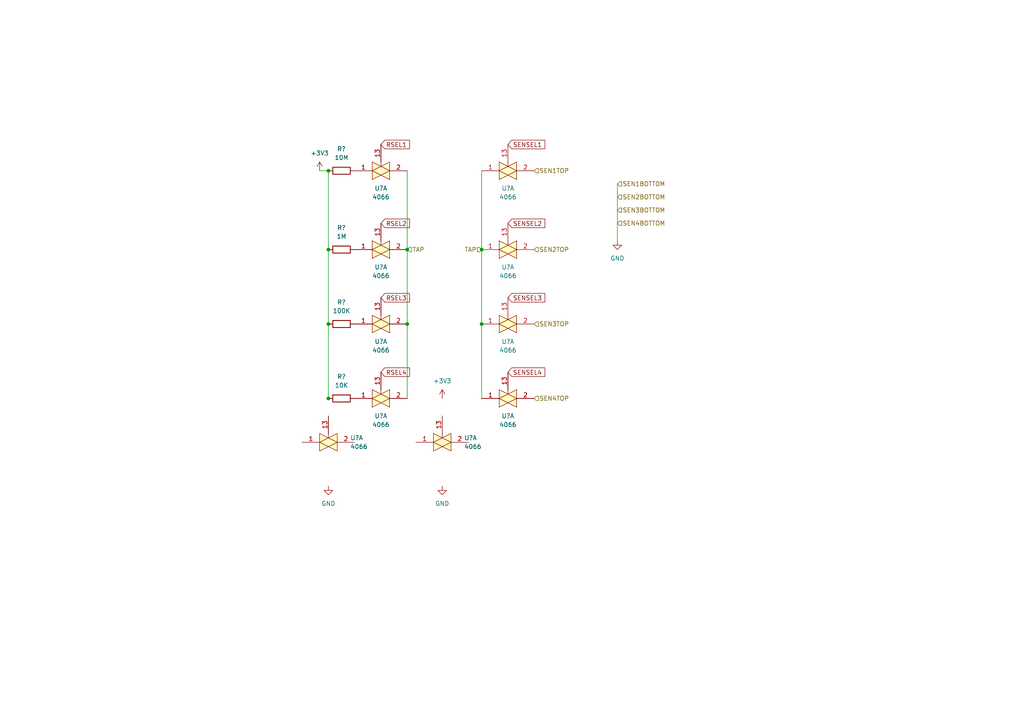
<source format=kicad_sch>
(kicad_sch (version 20211123) (generator eeschema)
  (paper "A4")
  (lib_symbols
    (symbol "4xxx:4066" (pin_names (offset 1.016))
      (property "Reference" "U" (at -7.62 8.89 0))
      (property "Value" "4066" (at -7.62 -8.89 0))
      (symbol "4066_1_0"
        (polyline (pts (xy 0 1.27) (xy 0 2.54)) (stroke (width 0.1524)))
        (polyline (pts (xy -2.54 0) (xy 2.54 2.54) (xy 2.54 -2.54) (xy -2.54 0)) (fill (type background)))
        (polyline (pts (xy -2.54 2.54) (xy 2.54 0) (xy -2.54 -2.54) (xy -2.54 2.54)) (fill (type background)))
        (pin passive line (at -7.62 0 0) (length 5.08) (name "~") (number "1"))
        (pin input line (at 0 7.62 270) (length 5.08) (name "~") (number "13"))
        (pin passive line (at 7.62 0 180) (length 5.08) (name "~") (number "2"))
      )
      (symbol "4066_2_0"
        (polyline (pts (xy 0 1.27) (xy 0 2.54)) (stroke (width 0.1524)))
        (polyline (pts (xy -2.54 0) (xy 2.54 2.54) (xy 2.54 -2.54) (xy -2.54 0)) (fill (type background)))
        (polyline (pts (xy -2.54 2.54) (xy 2.54 0) (xy -2.54 -2.54) (xy -2.54 2.54)) (fill (type background)))
        (pin passive line (at 7.62 0 180) (length 5.08) (name "~") (number "3"))
        (pin passive line (at -7.62 0 0) (length 5.08) (name "~") (number "4"))
        (pin input line (at 0 7.62 270) (length 5.08) (name "~") (number "5"))
      )
      (symbol "4066_3_0"
        (polyline (pts (xy 0 1.27) (xy 0 2.54)) (stroke (width 0.1524)))
        (polyline (pts (xy -2.54 0) (xy 2.54 2.54) (xy 2.54 -2.54) (xy -2.54 0)) (fill (type background)))
        (polyline (pts (xy -2.54 2.54) (xy 2.54 0) (xy -2.54 -2.54) (xy -2.54 2.54)) (fill (type background)))
        (pin input line (at 0 7.62 270) (length 5.08) (name "~") (number "6"))
        (pin passive line (at -7.62 0 0) (length 5.08) (name "~") (number "8"))
        (pin passive line (at 7.62 0 180) (length 5.08) (name "~") (number "9"))
      )
      (symbol "4066_4_0"
        (polyline (pts (xy 0 1.27) (xy 0 2.54)) (stroke (width 0.1524)))
        (polyline (pts (xy -2.54 0) (xy 2.54 2.54) (xy 2.54 -2.54) (xy -2.54 0)) (fill (type background)))
        (polyline (pts (xy -2.54 2.54) (xy 2.54 0) (xy -2.54 -2.54) (xy -2.54 2.54)) (fill (type background)))
        (pin passive line (at 7.62 0 180) (length 5.08) (name "~") (number "10"))
        (pin passive line (at -7.62 0 0) (length 5.08) (name "~") (number "11"))
        (pin input line (at 0 7.62 270) (length 5.08) (name "~") (number "12"))
      )
      (symbol "4066_5_0"
        (pin power_in line (at 0 12.7 270) (length 5.08) (name "VDD") (number "14"))
        (pin power_in line (at 0 -12.7 90) (length 5.08) (name "VSS") (number "7"))
      )
      (symbol "4066_5_1"
        (rectangle (start -5.08 7.62) (end 5.08 -7.62) (stroke (width 0.254)) (fill (type background)))
      )
    )
    (symbol "Device:R" (pin_numbers hide) (pin_names (offset 0))
      (property "Reference" "R" (at 2.032 0 90))
      (property "Value" "R" (at 0 0 90))
      (symbol "R_0_1"
        (rectangle (start -1.016 -2.54) (end 1.016 2.54) (stroke (width 0.254)))
      )
      (symbol "R_1_1"
        (pin passive line (at 0 3.81 270) (length 1.27) (name "~") (number "1"))
        (pin passive line (at 0 -3.81 90) (length 1.27) (name "~") (number "2"))
      )
    )
    (symbol "power:+3.3V" (power) (pin_names (offset 0))
      (property "Value" "+3.3V" (at 0 3.556 0))
      (symbol "+3.3V_0_1"
        (polyline (pts (xy -0.762 1.27) (xy 0 2.54)))
        (polyline (pts (xy 0 0) (xy 0 2.54)))
        (polyline (pts (xy 0 2.54) (xy 0.762 1.27)))
      )
      (symbol "+3.3V_1_1"
        (pin power_in line (at 0 0 90) (length 0) hide (name "+3V3") (number "1"))
      )
    )
    (symbol "power:GND" (power) (pin_names (offset 0))
      (property "Value" "GND" (at 0 -3.81 0))
      (symbol "GND_0_1"
        (polyline (pts (xy 0 0) (xy 0 -1.27) (xy 1.27 -1.27) (xy 0 -2.54) (xy -1.27 -1.27) (xy 0 -1.27)))
      )
      (symbol "GND_1_1"
        (pin power_in line (at 0 0 270) (length 0) hide (name "GND") (number "1"))
      )
    )
  )
  (junction (at 118.11 72.39))
  (junction (at 139.7 93.98))
  (junction (at 95.25 115.57))
  (junction (at 95.25 49.53))
  (junction (at 95.25 72.39))
  (junction (at 95.25 93.98))
  (junction (at 139.7 72.39))
  (junction (at 118.11 93.98))
  (wire (pts (xy 179.07 53.34) (xy 179.07 69.85)))
  (wire (pts (xy 118.11 49.53) (xy 118.11 72.39)))
  (wire (pts (xy 95.25 93.98) (xy 95.25 115.57)))
  (wire (pts (xy 92.71 49.53) (xy 95.25 49.53)))
  (wire (pts (xy 118.11 93.98) (xy 118.11 115.57)))
  (wire (pts (xy 95.25 49.53) (xy 95.25 72.39)))
  (wire (pts (xy 139.7 49.53) (xy 139.7 72.39)))
  (wire (pts (xy 139.7 93.98) (xy 139.7 115.57)))
  (wire (pts (xy 95.25 72.39) (xy 95.25 93.98)))
  (wire (pts (xy 118.11 72.39) (xy 118.11 93.98)))
  (wire (pts (xy 139.7 72.39) (xy 139.7 93.98)))
  (global_label "SENSEL3" (shape input) (at 147.32 86.36 0) (property "Intersheet References" "${INTERSHEET_REFS}" (effects hide)))
  (global_label "SENSEL4" (shape input) (at 147.32 107.95 0) (property "Intersheet References" "${INTERSHEET_REFS}" (effects hide)))
  (global_label "SENSEL2" (shape input) (at 147.32 64.77 0) (property "Intersheet References" "${INTERSHEET_REFS}" (effects hide)))
  (global_label "RSEL2" (shape input) (at 110.49 64.77 0) (property "Intersheet References" "${INTERSHEET_REFS}" (effects hide)))
  (global_label "SENSEL1" (shape input) (at 147.32 41.91 0) (property "Intersheet References" "${INTERSHEET_REFS}" (effects hide)))
  (global_label "RSEL3" (shape input) (at 110.49 86.36 0) (property "Intersheet References" "${INTERSHEET_REFS}" (effects hide)))
  (global_label "RSEL1" (shape input) (at 110.49 41.91 0) (property "Intersheet References" "${INTERSHEET_REFS}" (effects hide)))
  (global_label "RSEL4" (shape input) (at 110.49 107.95 0) (property "Intersheet References" "${INTERSHEET_REFS}" (effects hide)))
  (hierarchical_label "SEN3BOTTOM" (shape input) (at 179.07 60.96 0))
  (hierarchical_label "SEN4TOP" (shape input) (at 154.94 115.57 0))
  (hierarchical_label "TAP" (shape input) (at 118.11 72.39 0))
  (hierarchical_label "SEN1BOTTOM" (shape input) (at 179.07 53.34 0))
  (hierarchical_label "SEN2BOTTOM" (shape input) (at 179.07 57.15 0))
  (hierarchical_label "SEN4BOTTOM" (shape input) (at 179.07 64.77 0))
  (hierarchical_label "TAP" (shape input) (at 139.7 72.39 180))
  (hierarchical_label "SEN3TOP" (shape input) (at 154.94 93.98 0))
  (hierarchical_label "SEN1TOP" (shape input) (at 154.94 49.53 0))
  (hierarchical_label "SEN2TOP" (shape input) (at 154.94 72.39 0))
  (symbol (lib_id "4xxx:4066") (at 128.27 128.27 0)
    (property "Reference" "U?" (at 134.62 126.9999 0) (effects (justify left)))
    (property "Value" "4066" (at 134.62 129.5399 0) (effects (justify left)))
    (property "Datasheet" "http://www.ti.com/lit/ds/symlink/cd4066b.pdf" (effects hide))
  )
  (symbol (lib_id "4xxx:4066") (at 110.49 93.98 0)
    (property "Reference" "U?" (at 110.49 99.06 0))
    (property "Value" "4066" (at 110.49 101.6 0))
    (property "Datasheet" "http://www.ti.com/lit/ds/symlink/cd4066b.pdf" (effects hide))
  )
  (symbol (lib_id "power:+3.3V") (at 92.71 49.53 0)
    (property "Reference" "#PWR?" (effects hide))
    (property "Value" "+3.3V" (at 92.71 44.45 0))
  )
  (symbol (lib_id "4xxx:4066") (at 110.49 49.53 0)
    (property "Reference" "U?" (at 110.49 54.61 0))
    (property "Value" "4066" (at 110.49 57.15 0))
    (property "Datasheet" "http://www.ti.com/lit/ds/symlink/cd4066b.pdf" (effects hide))
  )
  (symbol (lib_id "4xxx:4066") (at 110.49 72.39 0)
    (property "Reference" "U?" (at 110.49 77.47 0))
    (property "Value" "4066" (at 110.49 80.01 0))
    (property "Datasheet" "http://www.ti.com/lit/ds/symlink/cd4066b.pdf" (effects hide))
  )
  (symbol (lib_id "power:GND") (at 179.07 69.85 0)
    (property "Reference" "#PWR?" (effects hide))
    (property "Value" "GND" (at 179.07 74.93 0))
  )
  (symbol (lib_id "Device:R") (at 99.06 72.39 90)
    (property "Reference" "R?" (at 99.06 66.04 90))
    (property "Value" "1M" (at 99.06 68.58 90))
  )
  (symbol (lib_id "power:GND") (at 128.27 140.97 0)
    (property "Reference" "#PWR?" (effects hide))
    (property "Value" "GND" (at 128.27 146.05 0))
  )
  (symbol (lib_id "Device:R") (at 99.06 93.98 90)
    (property "Reference" "R?" (at 99.06 87.63 90))
    (property "Value" "100K" (at 99.06 90.17 90))
  )
  (symbol (lib_id "4xxx:4066") (at 147.32 49.53 0)
    (property "Reference" "U?" (at 147.32 54.61 0))
    (property "Value" "4066" (at 147.32 57.15 0))
    (property "Datasheet" "http://www.ti.com/lit/ds/symlink/cd4066b.pdf" (effects hide))
  )
  (symbol (lib_id "Device:R") (at 99.06 115.57 90)
    (property "Reference" "R?" (at 99.06 109.22 90))
    (property "Value" "10K" (at 99.06 111.76 90))
  )
  (symbol (lib_id "4xxx:4066") (at 110.49 115.57 0)
    (property "Reference" "U?" (at 110.49 120.65 0))
    (property "Value" "4066" (at 110.49 123.19 0))
    (property "Datasheet" "http://www.ti.com/lit/ds/symlink/cd4066b.pdf" (effects hide))
  )
  (symbol (lib_id "Device:R") (at 99.06 49.53 90)
    (property "Reference" "R?" (at 99.06 43.18 90))
    (property "Value" "10M" (at 99.06 45.72 90))
  )
  (symbol (lib_id "power:GND") (at 95.25 140.97 0)
    (property "Reference" "#PWR?" (effects hide))
    (property "Value" "GND" (at 95.25 146.05 0))
  )
  (symbol (lib_id "power:+3.3V") (at 128.27 115.57 0)
    (property "Reference" "#PWR?" (effects hide))
    (property "Value" "+3.3V" (at 128.27 110.49 0))
  )
  (symbol (lib_id "4xxx:4066") (at 147.32 72.39 0)
    (property "Reference" "U?" (at 147.32 77.47 0))
    (property "Value" "4066" (at 147.32 80.01 0))
    (property "Datasheet" "http://www.ti.com/lit/ds/symlink/cd4066b.pdf" (effects hide))
  )
  (symbol (lib_id "4xxx:4066") (at 147.32 115.57 0)
    (property "Reference" "U?" (at 147.32 120.65 0))
    (property "Value" "4066" (at 147.32 123.19 0))
    (property "Datasheet" "http://www.ti.com/lit/ds/symlink/cd4066b.pdf" (effects hide))
  )
  (symbol (lib_id "4xxx:4066") (at 147.32 93.98 0)
    (property "Reference" "U?" (at 147.32 99.06 0))
    (property "Value" "4066" (at 147.32 101.6 0))
    (property "Datasheet" "http://www.ti.com/lit/ds/symlink/cd4066b.pdf" (effects hide))
  )
  (symbol (lib_id "4xxx:4066") (at 95.25 128.27 0)
    (property "Reference" "U?" (at 101.6 126.9999 0) (effects (justify left)))
    (property "Value" "4066" (at 101.6 129.5399 0) (effects (justify left)))
    (property "Datasheet" "http://www.ti.com/lit/ds/symlink/cd4066b.pdf" (effects hide))
  )
)
</source>
